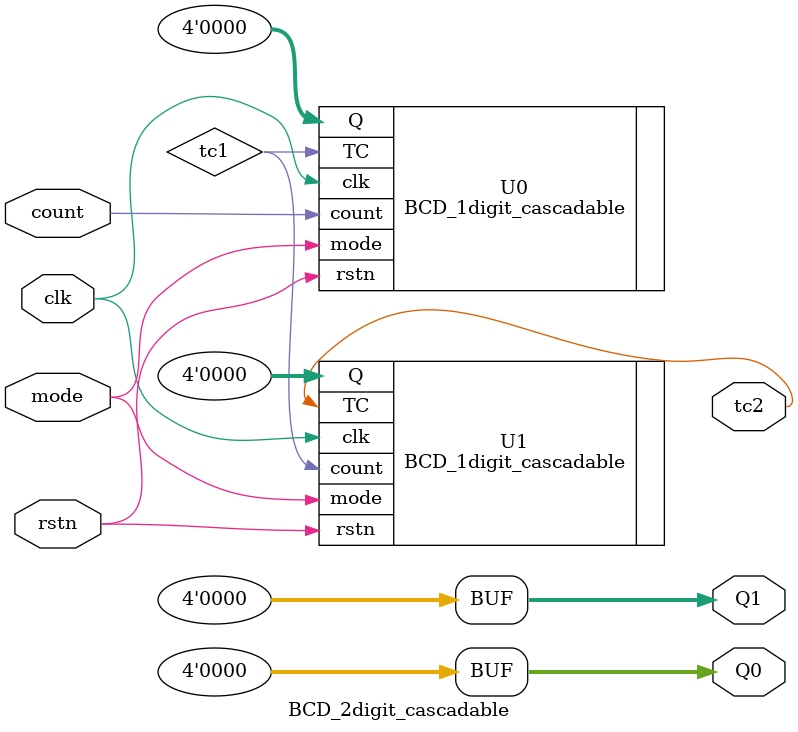
<source format=v>
`timescale 1 ns / 1 ps

module BCD_2digit_cascadable ( mode ,count ,clk ,rstn ,Q0 ,Q1 ,tc2 );

input mode ;
wire mode ;
input count ;
wire count ;
input clk ;
wire clk ;
input rstn ;
wire rstn ;
output [3:0] Q0 = 0;
output [3:0] Q1 = 0;
output tc2 ;
wire tc2 ;
wire tc1;
//}} End of automatically maintained section
BCD_1digit_cascadable U0(.mode(mode), .count(count), .clk(clk), .rstn(rstn), .Q(Q0), .TC(tc1));
BCD_1digit_cascadable U1(.mode(mode), .count(tc1), .clk(clk), .rstn(rstn), .Q(Q1), .TC(tc2));
// -- Enter your statements here -- //

endmodule

</source>
